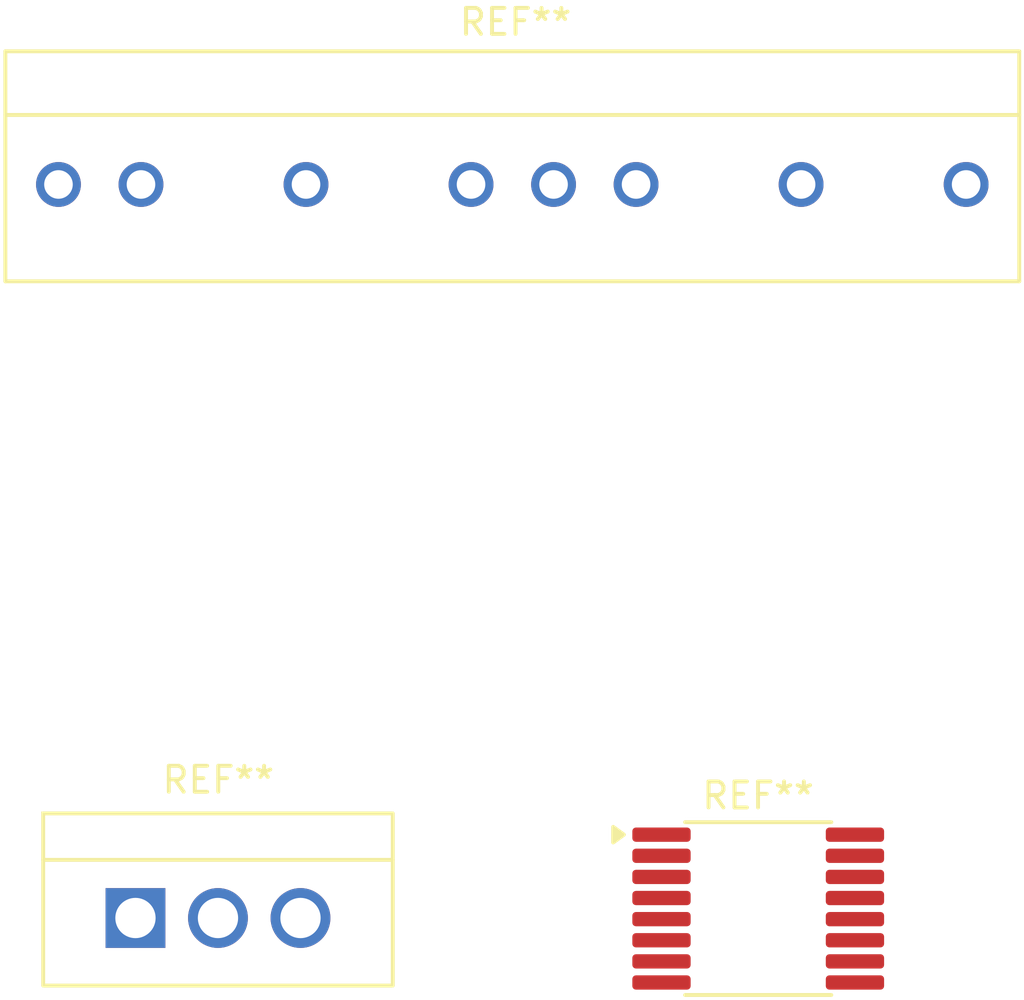
<source format=kicad_pcb>
(kicad_pcb (version 20241229) (generator "pcbnew") (generator_version "9.0")
  (layers (0 "F.Cu" signal) (2 "B.Cu" signal) (13 "F.Paste" user) (15 "B.Paste" user) (5 "F.SilkS" user "F.Silkscreen") (7 "B.SilkS" user "B.Silkscreen") (1 "F.Mask" user) (3 "B.Mask" user) (25 "Edge.Cuts" user))
  (net 0 "")
  (footprint "IC:TSSOP-16" (layer "F.Cu") (at 151.55 95.3)
    (property "Reference" "REF**" (at -0.005 -3.4775 0) (layer "F.SilkS") (effects (font (size 0.8 0.8) (thickness 0.12))))
    (property "Value" "TSSOP-16")
    (fp_line (start -2.25 -2.66) (end 2.25 -2.66) (stroke (width 0.12)) (layer "F.SilkS"))
    (fp_line (start -2.25 2.66) (end 2.25 2.66) (stroke (width 0.12)) (layer "F.SilkS"))
    (fp_poly (pts (xy -4.135 -2.275) (xy -4.465 -2.515) (xy -4.465 -2.035)) (stroke (width 0.12)) (fill yes) (layer "F.SilkS"))
    (pad "1" smd roundrect (at -2.9775 -2.275) (size 1.795 0.44) (layers "F.Cu" "F.Mask" "F.Paste"))
    (pad "2" smd roundrect (at -2.9775 -1.625) (size 1.795 0.44) (layers "F.Cu" "F.Mask" "F.Paste"))
    (pad "3" smd roundrect (at -2.9775 -0.975) (size 1.795 0.44) (layers "F.Cu" "F.Mask" "F.Paste"))
    (pad "4" smd roundrect (at -2.9775 -0.325) (size 1.795 0.44) (layers "F.Cu" "F.Mask" "F.Paste"))
    (pad "5" smd roundrect (at -2.9775 0.325) (size 1.795 0.44) (layers "F.Cu" "F.Mask" "F.Paste"))
    (pad "6" smd roundrect (at -2.9775 0.975) (size 1.795 0.44) (layers "F.Cu" "F.Mask" "F.Paste"))
    (pad "7" smd roundrect (at -2.9775 1.625) (size 1.795 0.44) (layers "F.Cu" "F.Mask" "F.Paste"))
    (pad "8" smd roundrect (at -2.9775 2.275) (size 1.795 0.44) (layers "F.Cu" "F.Mask" "F.Paste"))
    (pad "9" smd roundrect (at 2.9775 2.275) (size 1.795 0.44) (layers "F.Cu" "F.Mask" "F.Paste"))
    (pad "10" smd roundrect (at 2.9775 1.625) (size 1.795 0.44) (layers "F.Cu" "F.Mask" "F.Paste"))
    (pad "11" smd roundrect (at 2.9775 0.975) (size 1.795 0.44) (layers "F.Cu" "F.Mask" "F.Paste"))
    (pad "12" smd roundrect (at 2.9775 0.325) (size 1.795 0.44) (layers "F.Cu" "F.Mask" "F.Paste"))
    (pad "13" smd roundrect (at 2.9775 -0.325) (size 1.795 0.44) (layers "F.Cu" "F.Mask" "F.Paste"))
    (pad "14" smd roundrect (at 2.9775 -0.975) (size 1.795 0.44) (layers "F.Cu" "F.Mask" "F.Paste"))
    (pad "15" smd roundrect (at 2.9775 -1.625) (size 1.795 0.44) (layers "F.Cu" "F.Mask" "F.Paste"))
    (pad "16" smd roundrect (at 2.9775 -2.275) (size 1.795 0.44) (layers "F.Cu" "F.Mask" "F.Paste"))
  )
  (footprint "IC:PA95" (layer "F.Cu") (at 143.98 73.01)
    (property "Reference" "REF**" (at 0.1 -5 0) (layer "F.SilkS") (effects (font (size 0.8 0.8) (thickness 0.12))))
    (property "Value" "PA95")
    (fp_line (start -15.605 -4.1) (end -15.605 2.98) (stroke (width 0.12)) (layer "F.SilkS"))
    (fp_line (start -15.605 2.98) (end 15.605 2.98) (stroke (width 0.12)) (layer "F.SilkS"))
    (fp_line (start 15.605 -4.1) (end -15.605 -4.1) (stroke (width 0.12)) (layer "F.SilkS"))
    (fp_line (start 15.605 -4.1) (end 15.605 2.98) (stroke (width 0.12)) (layer "F.SilkS"))
    (fp_line (start 15.605 -2.14) (end -15.605 -2.14) (stroke (width 0.12)) (layer "F.SilkS"))
    (pad "1" thru_hole circle (at -13.97 0) (size 1.38 1.38) (drill 0.88) (layers "*.Cu" "*.Mask"))
    (pad "2" thru_hole circle (at -11.43 0) (size 1.38 1.38) (drill 0.88) (layers "*.Cu" "*.Mask"))
    (pad "4" thru_hole circle (at -6.35 0) (size 1.38 1.38) (drill 0.88) (layers "*.Cu" "*.Mask"))
    (pad "6" thru_hole circle (at -1.27 0) (size 1.38 1.38) (drill 0.88) (layers "*.Cu" "*.Mask"))
    (pad "7" thru_hole circle (at 1.27 0) (size 1.38 1.38) (drill 0.88) (layers "*.Cu" "*.Mask"))
    (pad "8" thru_hole circle (at 3.81 0) (size 1.38 1.38) (drill 0.88) (layers "*.Cu" "*.Mask"))
    (pad "10" thru_hole circle (at 8.89 0) (size 1.38 1.38) (drill 0.88) (layers "*.Cu" "*.Mask"))
    (pad "12" thru_hole circle (at 13.97 0) (size 1.38 1.38) (drill 0.88) (layers "*.Cu" "*.Mask"))
  )
  (footprint "ThreeTerminal:TO-220" (layer "F.Cu") (at 134.92 95.59)
    (property "Reference" "REF**" (at 0.01 -4.25 0) (layer "F.SilkS") (effects (font (size 0.8 0.8) (thickness 0.12))))
    (property "Value" "TO-220")
    (fp_line (start 5.38 -1.79) (end -5.38 -1.79) (stroke (width 0.12)) (layer "F.SilkS"))
    (fp_rect (start -5.38 -3.22) (end 5.38 2.08) (stroke (width 0.12)) (fill no) (layer "F.SilkS"))
    (pad "1" thru_hole rect (at -2.54 0) (size 1.84 1.84) (drill 1.24) (layers "*.Cu" "*.Mask"))
    (pad "2" thru_hole circle (at 0 0) (size 1.84 1.84) (drill 1.24) (layers "*.Cu" "*.Mask"))
    (pad "3" thru_hole circle (at 2.54 0) (size 1.84 1.84) (drill 1.24) (layers "*.Cu" "*.Mask"))
  )
)
</source>
